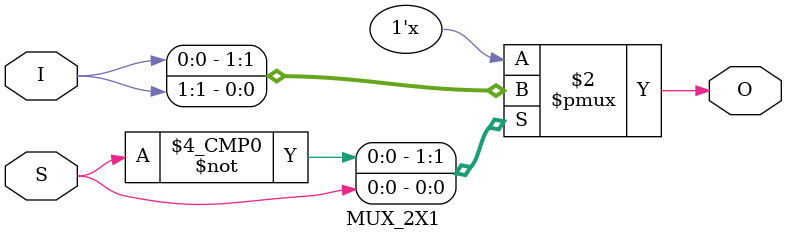
<source format=v>
`timescale 1ns / 1ps

// Author      : Venu Pabbuleti 
// ID          : N180116
//Branch       : ECE
//Project Name : RTL design using Verilog
//Design  Name : 8 TO 1 MUX USING 4X1 MUX AND 2X1 MUX
//Module  Name : 2X1 MUX MODULE
//RGUKT NUZVID 
//////////////////////////////////////////////////////////////////////////////////


module MUX_2X1(S,I,O);
input S;
input [1:0]I;
output reg O;

always @(S,I) begin
    case(S)
    1'b0:O=I[0];
    1'b1:O=I[1];
    default : O=1'bx;
    endcase
end
endmodule

</source>
